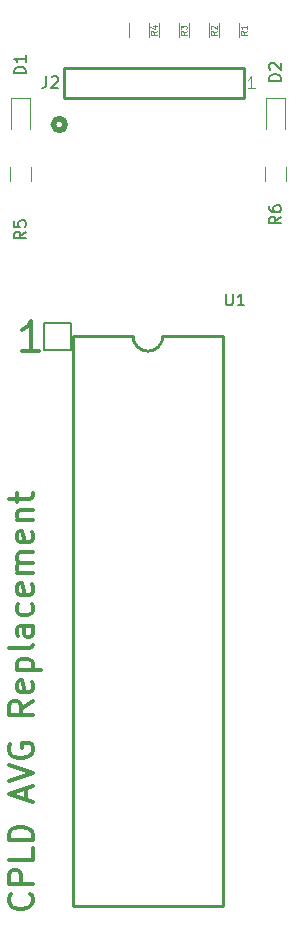
<source format=gbr>
G04 #@! TF.FileFunction,Legend,Top*
%FSLAX46Y46*%
G04 Gerber Fmt 4.6, Leading zero omitted, Abs format (unit mm)*
G04 Created by KiCad (PCBNEW 4.0.7) date 03/16/20 13:41:23*
%MOMM*%
%LPD*%
G01*
G04 APERTURE LIST*
%ADD10C,0.100000*%
%ADD11C,0.300000*%
%ADD12C,0.200000*%
%ADD13C,0.125000*%
%ADD14C,0.120000*%
%ADD15C,0.254000*%
%ADD16C,0.500000*%
%ADD17C,0.150000*%
G04 APERTURE END LIST*
D10*
D11*
X114771714Y-83064048D02*
X113320286Y-83064048D01*
X114046000Y-83064048D02*
X114046000Y-80524048D01*
X113804095Y-80886905D01*
X113562190Y-81128810D01*
X113320286Y-81249762D01*
D12*
X117475000Y-80645000D02*
X115189000Y-80645000D01*
X117475000Y-82931000D02*
X117475000Y-80645000D01*
X115189000Y-82931000D02*
X117475000Y-82931000D01*
X115189000Y-80645000D02*
X115189000Y-82931000D01*
D13*
X133000715Y-60777381D02*
X132429286Y-60777381D01*
X132715000Y-60777381D02*
X132715000Y-59777381D01*
X132619762Y-59920238D01*
X132524524Y-60015476D01*
X132429286Y-60063095D01*
D11*
X114009714Y-129031998D02*
X114106476Y-129128760D01*
X114203238Y-129419045D01*
X114203238Y-129612569D01*
X114106476Y-129902855D01*
X113912952Y-130096379D01*
X113719429Y-130193140D01*
X113332381Y-130289902D01*
X113042095Y-130289902D01*
X112655048Y-130193140D01*
X112461524Y-130096379D01*
X112268000Y-129902855D01*
X112171238Y-129612569D01*
X112171238Y-129419045D01*
X112268000Y-129128760D01*
X112364762Y-129031998D01*
X114203238Y-128161140D02*
X112171238Y-128161140D01*
X112171238Y-127387045D01*
X112268000Y-127193521D01*
X112364762Y-127096760D01*
X112558286Y-126999998D01*
X112848571Y-126999998D01*
X113042095Y-127096760D01*
X113138857Y-127193521D01*
X113235619Y-127387045D01*
X113235619Y-128161140D01*
X114203238Y-125161521D02*
X114203238Y-126129140D01*
X112171238Y-126129140D01*
X114203238Y-124484188D02*
X112171238Y-124484188D01*
X112171238Y-124000379D01*
X112268000Y-123710093D01*
X112461524Y-123516569D01*
X112655048Y-123419808D01*
X113042095Y-123323046D01*
X113332381Y-123323046D01*
X113719429Y-123419808D01*
X113912952Y-123516569D01*
X114106476Y-123710093D01*
X114203238Y-124000379D01*
X114203238Y-124484188D01*
X113622667Y-121000760D02*
X113622667Y-120033141D01*
X114203238Y-121194284D02*
X112171238Y-120516951D01*
X114203238Y-119839618D01*
X112171238Y-119452570D02*
X114203238Y-118775237D01*
X112171238Y-118097904D01*
X112268000Y-116356190D02*
X112171238Y-116549713D01*
X112171238Y-116839999D01*
X112268000Y-117130285D01*
X112461524Y-117323809D01*
X112655048Y-117420570D01*
X113042095Y-117517332D01*
X113332381Y-117517332D01*
X113719429Y-117420570D01*
X113912952Y-117323809D01*
X114106476Y-117130285D01*
X114203238Y-116839999D01*
X114203238Y-116646475D01*
X114106476Y-116356190D01*
X114009714Y-116259428D01*
X113332381Y-116259428D01*
X113332381Y-116646475D01*
X114203238Y-112679238D02*
X113235619Y-113356571D01*
X114203238Y-113840380D02*
X112171238Y-113840380D01*
X112171238Y-113066285D01*
X112268000Y-112872761D01*
X112364762Y-112776000D01*
X112558286Y-112679238D01*
X112848571Y-112679238D01*
X113042095Y-112776000D01*
X113138857Y-112872761D01*
X113235619Y-113066285D01*
X113235619Y-113840380D01*
X114106476Y-111034285D02*
X114203238Y-111227809D01*
X114203238Y-111614857D01*
X114106476Y-111808380D01*
X113912952Y-111905142D01*
X113138857Y-111905142D01*
X112945333Y-111808380D01*
X112848571Y-111614857D01*
X112848571Y-111227809D01*
X112945333Y-111034285D01*
X113138857Y-110937523D01*
X113332381Y-110937523D01*
X113525905Y-111905142D01*
X112848571Y-110066666D02*
X114880571Y-110066666D01*
X112945333Y-110066666D02*
X112848571Y-109873143D01*
X112848571Y-109486095D01*
X112945333Y-109292571D01*
X113042095Y-109195809D01*
X113235619Y-109099047D01*
X113816190Y-109099047D01*
X114009714Y-109195809D01*
X114106476Y-109292571D01*
X114203238Y-109486095D01*
X114203238Y-109873143D01*
X114106476Y-110066666D01*
X114203238Y-107937905D02*
X114106476Y-108131429D01*
X113912952Y-108228190D01*
X112171238Y-108228190D01*
X114203238Y-106292952D02*
X113138857Y-106292952D01*
X112945333Y-106389714D01*
X112848571Y-106583238D01*
X112848571Y-106970286D01*
X112945333Y-107163809D01*
X114106476Y-106292952D02*
X114203238Y-106486476D01*
X114203238Y-106970286D01*
X114106476Y-107163809D01*
X113912952Y-107260571D01*
X113719429Y-107260571D01*
X113525905Y-107163809D01*
X113429143Y-106970286D01*
X113429143Y-106486476D01*
X113332381Y-106292952D01*
X114106476Y-104454476D02*
X114203238Y-104648000D01*
X114203238Y-105035048D01*
X114106476Y-105228572D01*
X114009714Y-105325333D01*
X113816190Y-105422095D01*
X113235619Y-105422095D01*
X113042095Y-105325333D01*
X112945333Y-105228572D01*
X112848571Y-105035048D01*
X112848571Y-104648000D01*
X112945333Y-104454476D01*
X114106476Y-102809524D02*
X114203238Y-103003048D01*
X114203238Y-103390096D01*
X114106476Y-103583619D01*
X113912952Y-103680381D01*
X113138857Y-103680381D01*
X112945333Y-103583619D01*
X112848571Y-103390096D01*
X112848571Y-103003048D01*
X112945333Y-102809524D01*
X113138857Y-102712762D01*
X113332381Y-102712762D01*
X113525905Y-103680381D01*
X114203238Y-101841905D02*
X112848571Y-101841905D01*
X113042095Y-101841905D02*
X112945333Y-101745144D01*
X112848571Y-101551620D01*
X112848571Y-101261334D01*
X112945333Y-101067810D01*
X113138857Y-100971048D01*
X114203238Y-100971048D01*
X113138857Y-100971048D02*
X112945333Y-100874286D01*
X112848571Y-100680763D01*
X112848571Y-100390477D01*
X112945333Y-100196953D01*
X113138857Y-100100191D01*
X114203238Y-100100191D01*
X114106476Y-98358477D02*
X114203238Y-98552001D01*
X114203238Y-98939049D01*
X114106476Y-99132572D01*
X113912952Y-99229334D01*
X113138857Y-99229334D01*
X112945333Y-99132572D01*
X112848571Y-98939049D01*
X112848571Y-98552001D01*
X112945333Y-98358477D01*
X113138857Y-98261715D01*
X113332381Y-98261715D01*
X113525905Y-99229334D01*
X112848571Y-97390858D02*
X114203238Y-97390858D01*
X113042095Y-97390858D02*
X112945333Y-97294097D01*
X112848571Y-97100573D01*
X112848571Y-96810287D01*
X112945333Y-96616763D01*
X113138857Y-96520001D01*
X114203238Y-96520001D01*
X112848571Y-95842668D02*
X112848571Y-95068573D01*
X112171238Y-95552382D02*
X113912952Y-95552382D01*
X114106476Y-95455621D01*
X114203238Y-95262097D01*
X114203238Y-95068573D01*
D14*
X113957000Y-61646000D02*
X112357000Y-61646000D01*
X112357000Y-61646000D02*
X112357000Y-64246000D01*
X113957000Y-61646000D02*
X113957000Y-64246000D01*
X135547000Y-61646000D02*
X133947000Y-61646000D01*
X133947000Y-61646000D02*
X133947000Y-64246000D01*
X135547000Y-61646000D02*
X135547000Y-64246000D01*
D15*
X123952000Y-83058000D02*
G75*
G03X125222000Y-81788000I0J1270000D01*
G01*
X122682000Y-81788000D02*
G75*
G03X123952000Y-83058000I1270000J0D01*
G01*
X122682000Y-81788000D02*
X117602000Y-81788000D01*
X117602000Y-81788000D02*
X117602000Y-130048000D01*
X117602000Y-130048000D02*
X130302000Y-130048000D01*
X130302000Y-130048000D02*
X130302000Y-81788000D01*
X130302000Y-81788000D02*
X125222000Y-81788000D01*
X132080000Y-59055000D02*
X132080000Y-61595000D01*
X132080000Y-61595000D02*
X116840000Y-61595000D01*
X116840000Y-61595000D02*
X116840000Y-59055000D01*
X116840000Y-59055000D02*
X132080000Y-59055000D01*
D14*
X129930000Y-56480000D02*
X129930000Y-55280000D01*
X131690000Y-55280000D02*
X131690000Y-56480000D01*
X127390000Y-56480000D02*
X127390000Y-55280000D01*
X129150000Y-55280000D02*
X129150000Y-56480000D01*
X124850000Y-56480000D02*
X124850000Y-55280000D01*
X126610000Y-55280000D02*
X126610000Y-56480000D01*
X122310000Y-56480000D02*
X122310000Y-55280000D01*
X124070000Y-55280000D02*
X124070000Y-56480000D01*
X114037000Y-67472000D02*
X114037000Y-68672000D01*
X112277000Y-68672000D02*
X112277000Y-67472000D01*
X135627000Y-67472000D02*
X135627000Y-68672000D01*
X133867000Y-68672000D02*
X133867000Y-67472000D01*
D16*
X116952000Y-63874000D02*
G75*
G03X116952000Y-63874000I-500000J0D01*
G01*
D17*
X113609381Y-59539095D02*
X112609381Y-59539095D01*
X112609381Y-59301000D01*
X112657000Y-59158142D01*
X112752238Y-59062904D01*
X112847476Y-59015285D01*
X113037952Y-58967666D01*
X113180810Y-58967666D01*
X113371286Y-59015285D01*
X113466524Y-59062904D01*
X113561762Y-59158142D01*
X113609381Y-59301000D01*
X113609381Y-59539095D01*
X113609381Y-58015285D02*
X113609381Y-58586714D01*
X113609381Y-58301000D02*
X112609381Y-58301000D01*
X112752238Y-58396238D01*
X112847476Y-58491476D01*
X112895095Y-58586714D01*
X135199381Y-60174095D02*
X134199381Y-60174095D01*
X134199381Y-59936000D01*
X134247000Y-59793142D01*
X134342238Y-59697904D01*
X134437476Y-59650285D01*
X134627952Y-59602666D01*
X134770810Y-59602666D01*
X134961286Y-59650285D01*
X135056524Y-59697904D01*
X135151762Y-59793142D01*
X135199381Y-59936000D01*
X135199381Y-60174095D01*
X134294619Y-59221714D02*
X134247000Y-59174095D01*
X134199381Y-59078857D01*
X134199381Y-58840761D01*
X134247000Y-58745523D01*
X134294619Y-58697904D01*
X134389857Y-58650285D01*
X134485095Y-58650285D01*
X134627952Y-58697904D01*
X135199381Y-59269333D01*
X135199381Y-58650285D01*
X115363667Y-59777381D02*
X115363667Y-60491667D01*
X115316047Y-60634524D01*
X115220809Y-60729762D01*
X115077952Y-60777381D01*
X114982714Y-60777381D01*
X115792238Y-59872619D02*
X115839857Y-59825000D01*
X115935095Y-59777381D01*
X116173191Y-59777381D01*
X116268429Y-59825000D01*
X116316048Y-59872619D01*
X116363667Y-59967857D01*
X116363667Y-60063095D01*
X116316048Y-60205952D01*
X115744619Y-60777381D01*
X116363667Y-60777381D01*
D13*
X132306190Y-55963333D02*
X132068095Y-56130000D01*
X132306190Y-56249047D02*
X131806190Y-56249047D01*
X131806190Y-56058571D01*
X131830000Y-56010952D01*
X131853810Y-55987143D01*
X131901429Y-55963333D01*
X131972857Y-55963333D01*
X132020476Y-55987143D01*
X132044286Y-56010952D01*
X132068095Y-56058571D01*
X132068095Y-56249047D01*
X132306190Y-55487143D02*
X132306190Y-55772857D01*
X132306190Y-55630000D02*
X131806190Y-55630000D01*
X131877619Y-55677619D01*
X131925238Y-55725238D01*
X131949048Y-55772857D01*
X129766190Y-55963333D02*
X129528095Y-56130000D01*
X129766190Y-56249047D02*
X129266190Y-56249047D01*
X129266190Y-56058571D01*
X129290000Y-56010952D01*
X129313810Y-55987143D01*
X129361429Y-55963333D01*
X129432857Y-55963333D01*
X129480476Y-55987143D01*
X129504286Y-56010952D01*
X129528095Y-56058571D01*
X129528095Y-56249047D01*
X129313810Y-55772857D02*
X129290000Y-55749047D01*
X129266190Y-55701428D01*
X129266190Y-55582381D01*
X129290000Y-55534762D01*
X129313810Y-55510952D01*
X129361429Y-55487143D01*
X129409048Y-55487143D01*
X129480476Y-55510952D01*
X129766190Y-55796666D01*
X129766190Y-55487143D01*
X127226190Y-55963333D02*
X126988095Y-56130000D01*
X127226190Y-56249047D02*
X126726190Y-56249047D01*
X126726190Y-56058571D01*
X126750000Y-56010952D01*
X126773810Y-55987143D01*
X126821429Y-55963333D01*
X126892857Y-55963333D01*
X126940476Y-55987143D01*
X126964286Y-56010952D01*
X126988095Y-56058571D01*
X126988095Y-56249047D01*
X126726190Y-55796666D02*
X126726190Y-55487143D01*
X126916667Y-55653809D01*
X126916667Y-55582381D01*
X126940476Y-55534762D01*
X126964286Y-55510952D01*
X127011905Y-55487143D01*
X127130952Y-55487143D01*
X127178571Y-55510952D01*
X127202381Y-55534762D01*
X127226190Y-55582381D01*
X127226190Y-55725238D01*
X127202381Y-55772857D01*
X127178571Y-55796666D01*
X124686190Y-55963333D02*
X124448095Y-56130000D01*
X124686190Y-56249047D02*
X124186190Y-56249047D01*
X124186190Y-56058571D01*
X124210000Y-56010952D01*
X124233810Y-55987143D01*
X124281429Y-55963333D01*
X124352857Y-55963333D01*
X124400476Y-55987143D01*
X124424286Y-56010952D01*
X124448095Y-56058571D01*
X124448095Y-56249047D01*
X124352857Y-55534762D02*
X124686190Y-55534762D01*
X124162381Y-55653809D02*
X124519524Y-55772857D01*
X124519524Y-55463333D01*
D17*
X113609381Y-72937666D02*
X113133190Y-73271000D01*
X113609381Y-73509095D02*
X112609381Y-73509095D01*
X112609381Y-73128142D01*
X112657000Y-73032904D01*
X112704619Y-72985285D01*
X112799857Y-72937666D01*
X112942714Y-72937666D01*
X113037952Y-72985285D01*
X113085571Y-73032904D01*
X113133190Y-73128142D01*
X113133190Y-73509095D01*
X112609381Y-72032904D02*
X112609381Y-72509095D01*
X113085571Y-72556714D01*
X113037952Y-72509095D01*
X112990333Y-72413857D01*
X112990333Y-72175761D01*
X113037952Y-72080523D01*
X113085571Y-72032904D01*
X113180810Y-71985285D01*
X113418905Y-71985285D01*
X113514143Y-72032904D01*
X113561762Y-72080523D01*
X113609381Y-72175761D01*
X113609381Y-72413857D01*
X113561762Y-72509095D01*
X113514143Y-72556714D01*
X135199381Y-71667666D02*
X134723190Y-72001000D01*
X135199381Y-72239095D02*
X134199381Y-72239095D01*
X134199381Y-71858142D01*
X134247000Y-71762904D01*
X134294619Y-71715285D01*
X134389857Y-71667666D01*
X134532714Y-71667666D01*
X134627952Y-71715285D01*
X134675571Y-71762904D01*
X134723190Y-71858142D01*
X134723190Y-72239095D01*
X134199381Y-70810523D02*
X134199381Y-71001000D01*
X134247000Y-71096238D01*
X134294619Y-71143857D01*
X134437476Y-71239095D01*
X134627952Y-71286714D01*
X135008905Y-71286714D01*
X135104143Y-71239095D01*
X135151762Y-71191476D01*
X135199381Y-71096238D01*
X135199381Y-70905761D01*
X135151762Y-70810523D01*
X135104143Y-70762904D01*
X135008905Y-70715285D01*
X134770810Y-70715285D01*
X134675571Y-70762904D01*
X134627952Y-70810523D01*
X134580333Y-70905761D01*
X134580333Y-71096238D01*
X134627952Y-71191476D01*
X134675571Y-71239095D01*
X134770810Y-71286714D01*
X130556095Y-78192381D02*
X130556095Y-79001905D01*
X130603714Y-79097143D01*
X130651333Y-79144762D01*
X130746571Y-79192381D01*
X130937048Y-79192381D01*
X131032286Y-79144762D01*
X131079905Y-79097143D01*
X131127524Y-79001905D01*
X131127524Y-78192381D01*
X132127524Y-79192381D02*
X131556095Y-79192381D01*
X131841809Y-79192381D02*
X131841809Y-78192381D01*
X131746571Y-78335238D01*
X131651333Y-78430476D01*
X131556095Y-78478095D01*
M02*

</source>
